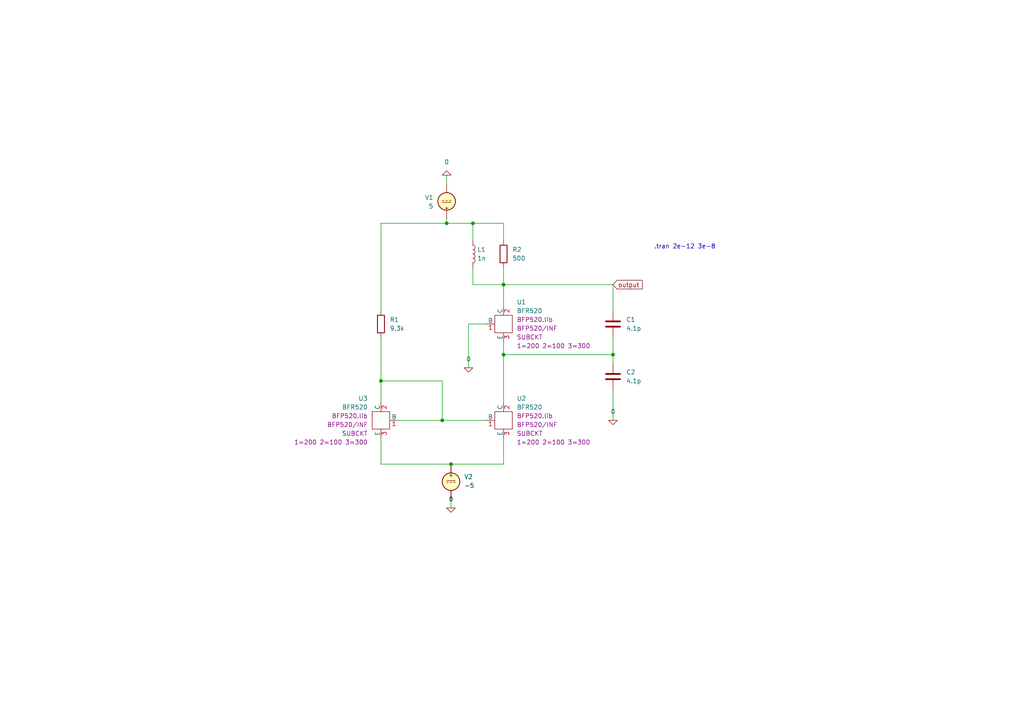
<source format=kicad_sch>
(kicad_sch (version 20231120) (generator "eeschema") (generator_version "8.0")
  (paper "A4")
  (lib_symbols
    (symbol "Device:C" (pin_numbers hide) (pin_names (offset 0.254))
      (property "Reference" "C" (at 0.635 2.54 0))
      (property "Value" "C" (at 0.635 -2.54 0))
      (symbol "C_0_1"
        (polyline (pts (xy -2.032 -0.762) (xy 2.032 -0.762)) (stroke (width 0.508)))
        (polyline (pts (xy -2.032 0.762) (xy 2.032 0.762)) (stroke (width 0.508)))
      )
      (symbol "C_1_1"
        (pin passive line (at 0 3.81 270) (length 2.794) (name "~") (number "1"))
        (pin passive line (at 0 -3.81 90) (length 2.794) (name "~") (number "2"))
      )
    )
    (symbol "Device:L" (pin_numbers hide) (pin_names (offset 1.016) hide)
      (property "Reference" "L" (at -1.27 0 90))
      (property "Value" "L" (at 1.905 0 90))
      (symbol "L_0_1"
        (arc (start 0 -2.54) (mid 0.6323 -1.905) (end 0 -1.27))
        (arc (start 0 -1.27) (mid 0.6323 -0.635) (end 0 0))
        (arc (start 0 0) (mid 0.6323 0.635) (end 0 1.27))
        (arc (start 0 1.27) (mid 0.6323 1.905) (end 0 2.54))
      )
      (symbol "L_1_1"
        (pin passive line (at 0 3.81 270) (length 1.27) (name "1") (number "1"))
        (pin passive line (at 0 -3.81 90) (length 1.27) (name "2") (number "2"))
      )
    )
    (symbol "Device:R" (pin_numbers hide) (pin_names (offset 0))
      (property "Reference" "R" (at 2.032 0 90))
      (property "Value" "R" (at 0 0 90))
      (symbol "R_0_1"
        (rectangle (start -1.016 -2.54) (end 1.016 2.54) (stroke (width 0.254)))
      )
      (symbol "R_1_1"
        (pin passive line (at 0 3.81 270) (length 1.27) (name "~") (number "1"))
        (pin passive line (at 0 -3.81 90) (length 1.27) (name "~") (number "2"))
      )
    )
    (symbol "My_components:BFP520" (pin_names (offset 0))
      (property "Reference" "U" (at 4.064 4.318 0))
      (property "Value" "BFR520" (at 1.016 0.254 0))
      (property "Sim.Library" "BFP520.lib" (at 11.176 -1.016 0))
      (property "Sim.Name" "BFP520/INF" (at 12.192 -3.556 0))
      (property "Sim.Device" "SUBCKT" (at 21.082 -1.016 0))
      (property "Sim.Pins" "1=200 2=100 3=300" (at 16.51 2.032 0))
      (symbol "BFP520_0_1"
        (rectangle (start -2.54 2.54) (end 2.54 -2.54))
      )
      (symbol "BFP520_1_1"
        (pin bidirectional line (at -5.08 0 0) (length 2.54) (name "B") (number "1"))
        (pin passive line (at 0 5.08 270) (length 2.54) (name "C") (number "2"))
        (pin passive line (at 0 -5.08 90) (length 2.54) (name "E") (number "3"))
      )
    )
    (symbol "Simulation_SPICE:0" (power) (pin_numbers hide) (pin_names (offset 0) hide)
      (property "Value" "0" (at 0 -2.54 0))
      (symbol "0_0_1"
        (polyline (pts (xy -1.27 0) (xy 0 -1.27) (xy 1.27 0) (xy -1.27 0)))
      )
      (symbol "0_1_1"
        (pin power_in line (at 0 0 0) (length 0) (name "~") (number "1"))
      )
    )
    (symbol "Simulation_SPICE:VDC" (pin_numbers hide) (pin_names (offset 0.0254))
      (property "Reference" "V" (at 2.54 2.54 0))
      (property "Value" "1" (at 2.54 0 0))
      (symbol "VDC_0_0"
        (polyline (pts (xy -1.27 0.254) (xy 1.27 0.254)))
        (polyline (pts (xy -0.762 -0.254) (xy -1.27 -0.254)))
        (polyline (pts (xy 0.254 -0.254) (xy -0.254 -0.254)))
        (polyline (pts (xy 1.27 -0.254) (xy 0.762 -0.254)))
        (text "+" (at 0 1.905 0) (effects (font (size 1.27 1.27))))
      )
      (symbol "VDC_0_1"
        (circle (center 0 0) (radius 2.54) (stroke (width 0.254)) (fill (type background)))
      )
      (symbol "VDC_1_1"
        (pin passive line (at 0 5.08 270) (length 2.54) (name "~") (number "1"))
        (pin passive line (at 0 -5.08 90) (length 2.54) (name "~") (number "2"))
      )
    )
  )
  (junction (at 128.27 121.92))
  (junction (at 130.81 134.62))
  (junction (at 177.8 102.87))
  (junction (at 146.05 82.55))
  (junction (at 137.16 64.77))
  (junction (at 146.05 102.87))
  (junction (at 110.49 110.49))
  (junction (at 129.54 64.77))
  (wire (pts (xy 135.89 106.68) (xy 135.89 93.98)))
  (wire (pts (xy 128.27 110.49) (xy 128.27 121.92)))
  (wire (pts (xy 146.05 102.87) (xy 146.05 116.84)))
  (wire (pts (xy 177.8 97.79) (xy 177.8 102.87)))
  (wire (pts (xy 130.81 144.78) (xy 130.81 147.32)))
  (wire (pts (xy 110.49 97.79) (xy 110.49 110.49)))
  (wire (pts (xy 110.49 110.49) (xy 110.49 116.84)))
  (wire (pts (xy 177.8 113.03) (xy 177.8 121.92)))
  (wire (pts (xy 110.49 134.62) (xy 130.81 134.62)))
  (wire (pts (xy 137.16 64.77) (xy 137.16 69.85)))
  (wire (pts (xy 110.49 64.77) (xy 129.54 64.77)))
  (wire (pts (xy 146.05 82.55) (xy 146.05 88.9)))
  (wire (pts (xy 177.8 102.87) (xy 177.8 105.41)))
  (wire (pts (xy 177.8 82.55) (xy 177.8 90.17)))
  (wire (pts (xy 137.16 64.77) (xy 146.05 64.77)))
  (wire (pts (xy 137.16 77.47) (xy 137.16 82.55)))
  (wire (pts (xy 129.54 64.77) (xy 137.16 64.77)))
  (wire (pts (xy 146.05 64.77) (xy 146.05 69.85)))
  (wire (pts (xy 146.05 102.87) (xy 177.8 102.87)))
  (wire (pts (xy 110.49 110.49) (xy 128.27 110.49)))
  (wire (pts (xy 128.27 121.92) (xy 140.97 121.92)))
  (wire (pts (xy 135.89 93.98) (xy 140.97 93.98)))
  (wire (pts (xy 129.54 63.5) (xy 129.54 64.77)))
  (wire (pts (xy 110.49 90.17) (xy 110.49 64.77)))
  (wire (pts (xy 146.05 134.62) (xy 146.05 127)))
  (wire (pts (xy 110.49 127) (xy 110.49 134.62)))
  (wire (pts (xy 115.57 121.92) (xy 128.27 121.92)))
  (wire (pts (xy 129.54 50.8) (xy 129.54 53.34)))
  (wire (pts (xy 146.05 99.06) (xy 146.05 102.87)))
  (wire (pts (xy 130.81 134.62) (xy 146.05 134.62)))
  (wire (pts (xy 146.05 77.47) (xy 146.05 82.55)))
  (wire (pts (xy 146.05 82.55) (xy 177.8 82.55)))
  (wire (pts (xy 137.16 82.55) (xy 146.05 82.55)))
  (text ".tran 2e-12 3e-8" (at 198.628 71.628 0) (effects (font (size 1.27 1.27))))
  (global_label "output" (shape input) (at 177.8 82.55 0) (property "Intersheetrefs" "${INTERSHEET_REFS}" (effects (hide yes))))
  (symbol (lib_id "Simulation_SPICE:0") (at 130.81 147.32 0) (unit 1)
    (property "Reference" "#GND02" (effects (hide yes)))
    (property "Value" "0" (at 130.81 144.78 0))
    (property "Datasheet" "https://ngspice.sourceforge.io/docs/ngspice-html-manual/manual.xhtml#subsec_Circuit_elements__device" (effects (hide yes)))
    (property "Description" "0V reference potential for simulation" (effects (hide yes)))
  )
  (symbol (lib_id "Device:C") (at 177.8 93.98 0) (unit 1)
    (property "Reference" "C1" (at 181.61 92.7099 0) (effects (justify left)))
    (property "Value" "4.1p" (at 181.61 95.2499 0) (effects (justify left)))
    (property "Description" "Unpolarized capacitor" (effects (hide yes)))
  )
  (symbol (lib_id "My_components:BFP520") (at 110.49 121.92 0) (mirror y) (unit 1)
    (property "Reference" "U3" (at 106.68 115.5699 0) (effects (justify left)))
    (property "Value" "BFR520" (at 106.68 118.1099 0) (effects (justify left)))
    (property "Sim.Library" "BFP520.lib" (at 106.68 120.6499 0) (effects (justify left)))
    (property "Sim.Name" "BFP520/INF" (at 106.68 123.1899 0) (effects (justify left)))
    (property "Sim.Device" "SUBCKT" (at 106.68 125.7299 0) (effects (justify left)))
    (property "Sim.Pins" "1=200 2=100 3=300" (at 106.68 128.2699 0) (effects (justify left)))
  )
  (symbol (lib_id "Device:R") (at 110.49 93.98 0) (unit 1)
    (property "Reference" "R1" (at 113.03 92.7099 0) (effects (justify left)))
    (property "Value" "9.3k" (at 113.03 95.2499 0) (effects (justify left)))
    (property "Description" "Resistor" (effects (hide yes)))
  )
  (symbol (lib_id "Device:L") (at 137.16 73.66 0) (unit 1)
    (property "Reference" "L1" (at 138.43 72.3899 0) (effects (justify left)))
    (property "Value" "1n" (at 138.43 74.9299 0) (effects (justify left)))
    (property "Description" "Inductor" (effects (hide yes)))
  )
  (symbol (lib_id "Simulation_SPICE:VDC") (at 129.54 58.42 0) (mirror x) (unit 1)
    (property "Reference" "V1" (at 125.73 57.2797 0) (effects (justify right)))
    (property "Value" "5" (at 125.73 59.8197 0) (effects (justify right)))
    (property "Datasheet" "https://ngspice.sourceforge.io/docs/ngspice-html-manual/manual.xhtml#sec_Independent_Sources_for" (effects (hide yes)))
    (property "Description" "Voltage source, DC" (effects (hide yes)))
    (property "Sim.Pins" "1=+ 2=-" (effects (hide yes)))
    (property "Sim.Type" "DC" (effects (hide yes)))
    (property "Sim.Device" "V" (effects (hide yes)))
  )
  (symbol (lib_id "Device:R") (at 146.05 73.66 0) (unit 1)
    (property "Reference" "R2" (at 148.59 72.3899 0) (effects (justify left)))
    (property "Value" "500" (at 148.59 74.9299 0) (effects (justify left)))
    (property "Description" "Resistor" (effects (hide yes)))
  )
  (symbol (lib_id "Simulation_SPICE:0") (at 129.54 50.8 0) (mirror x) (unit 1)
    (property "Reference" "#GND03" (effects (hide yes)))
    (property "Value" "0" (at 129.54 46.99 0))
    (property "Datasheet" "https://ngspice.sourceforge.io/docs/ngspice-html-manual/manual.xhtml#subsec_Circuit_elements__device" (effects (hide yes)))
    (property "Description" "0V reference potential for simulation" (effects (hide yes)))
  )
  (symbol (lib_id "Device:C") (at 177.8 109.22 0) (unit 1)
    (property "Reference" "C2" (at 181.61 107.9499 0) (effects (justify left)))
    (property "Value" "4.1p" (at 181.61 110.4899 0) (effects (justify left)))
    (property "Description" "Unpolarized capacitor" (effects (hide yes)))
  )
  (symbol (lib_id "My_components:BFP520") (at 146.05 93.98 0) (unit 1)
    (property "Reference" "U1" (at 149.86 87.6299 0) (effects (justify left)))
    (property "Value" "BFR520" (at 149.86 90.1699 0) (effects (justify left)))
    (property "Sim.Library" "BFP520.lib" (at 149.86 92.7099 0) (effects (justify left)))
    (property "Sim.Name" "BFP520/INF" (at 149.86 95.2499 0) (effects (justify left)))
    (property "Sim.Device" "SUBCKT" (at 149.86 97.7899 0) (effects (justify left)))
    (property "Sim.Pins" "1=200 2=100 3=300" (at 149.86 100.3299 0) (effects (justify left)))
  )
  (symbol (lib_id "Simulation_SPICE:VDC") (at 130.81 139.7 0) (unit 1)
    (property "Reference" "V2" (at 134.62 138.3001 0) (effects (justify left)))
    (property "Value" "-5" (at 134.62 140.8401 0) (effects (justify left)))
    (property "Datasheet" "https://ngspice.sourceforge.io/docs/ngspice-html-manual/manual.xhtml#sec_Independent_Sources_for" (effects (hide yes)))
    (property "Description" "Voltage source, DC" (effects (hide yes)))
    (property "Sim.Pins" "1=+ 2=-" (effects (hide yes)))
    (property "Sim.Type" "DC" (effects (hide yes)))
    (property "Sim.Device" "V" (effects (hide yes)))
  )
  (symbol (lib_id "Simulation_SPICE:0") (at 135.89 106.68 0) (unit 1)
    (property "Reference" "#GND04" (effects (hide yes)))
    (property "Value" "0" (at 135.89 104.14 0))
    (property "Datasheet" "https://ngspice.sourceforge.io/docs/ngspice-html-manual/manual.xhtml#subsec_Circuit_elements__device" (effects (hide yes)))
    (property "Description" "0V reference potential for simulation" (effects (hide yes)))
  )
  (symbol (lib_id "My_components:BFP520") (at 146.05 121.92 0) (unit 1)
    (property "Reference" "U2" (at 149.86 115.5699 0) (effects (justify left)))
    (property "Value" "BFR520" (at 149.86 118.1099 0) (effects (justify left)))
    (property "Sim.Library" "BFP520.lib" (at 149.86 120.6499 0) (effects (justify left)))
    (property "Sim.Name" "BFP520/INF" (at 149.86 123.1899 0) (effects (justify left)))
    (property "Sim.Device" "SUBCKT" (at 149.86 125.7299 0) (effects (justify left)))
    (property "Sim.Pins" "1=200 2=100 3=300" (at 149.86 128.2699 0) (effects (justify left)))
  )
  (symbol (lib_id "Simulation_SPICE:0") (at 177.8 121.92 0) (unit 1)
    (property "Reference" "#GND01" (effects (hide yes)))
    (property "Value" "0" (at 177.8 119.38 0))
    (property "Datasheet" "https://ngspice.sourceforge.io/docs/ngspice-html-manual/manual.xhtml#subsec_Circuit_elements__device" (effects (hide yes)))
    (property "Description" "0V reference potential for simulation" (effects (hide yes)))
  )
)
</source>
